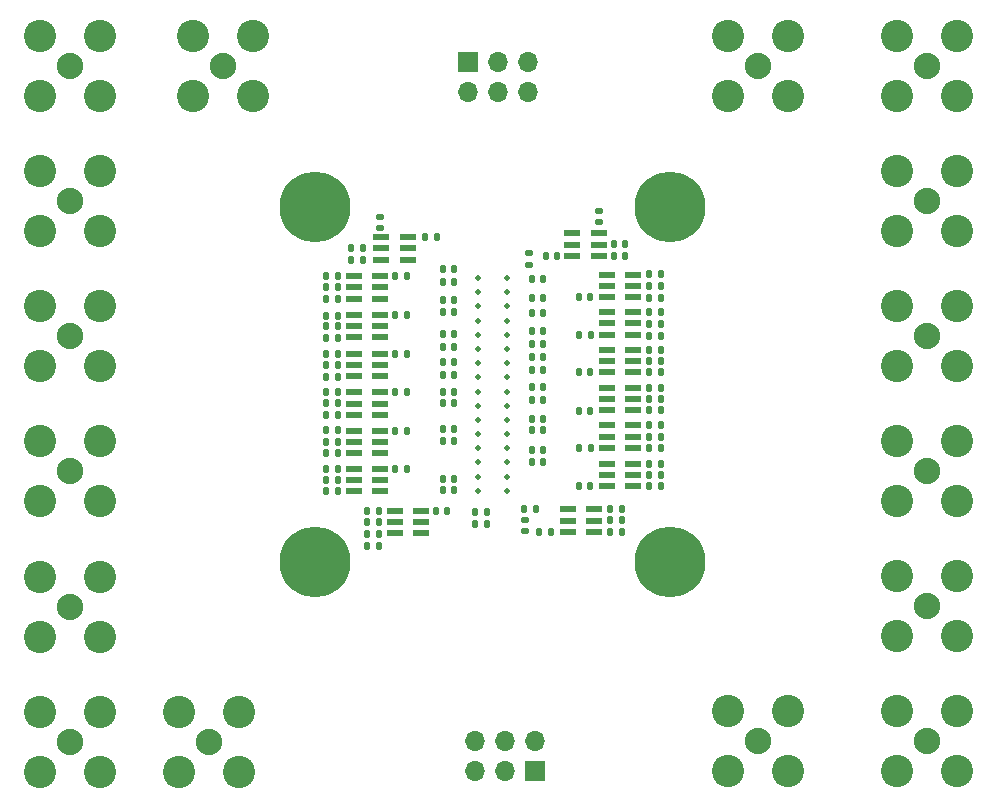
<source format=gbr>
%TF.GenerationSoftware,KiCad,Pcbnew,(6.0.1)*%
%TF.CreationDate,2022-02-22T23:19:08-05:00*%
%TF.ProjectId,sipm-linear-s14160,7369706d-2d6c-4696-9e65-61722d733134,rev?*%
%TF.SameCoordinates,Original*%
%TF.FileFunction,Soldermask,Top*%
%TF.FilePolarity,Negative*%
%FSLAX46Y46*%
G04 Gerber Fmt 4.6, Leading zero omitted, Abs format (unit mm)*
G04 Created by KiCad (PCBNEW (6.0.1)) date 2022-02-22 23:19:08*
%MOMM*%
%LPD*%
G01*
G04 APERTURE LIST*
G04 Aperture macros list*
%AMRoundRect*
0 Rectangle with rounded corners*
0 $1 Rounding radius*
0 $2 $3 $4 $5 $6 $7 $8 $9 X,Y pos of 4 corners*
0 Add a 4 corners polygon primitive as box body*
4,1,4,$2,$3,$4,$5,$6,$7,$8,$9,$2,$3,0*
0 Add four circle primitives for the rounded corners*
1,1,$1+$1,$2,$3*
1,1,$1+$1,$4,$5*
1,1,$1+$1,$6,$7*
1,1,$1+$1,$8,$9*
0 Add four rect primitives between the rounded corners*
20,1,$1+$1,$2,$3,$4,$5,0*
20,1,$1+$1,$4,$5,$6,$7,0*
20,1,$1+$1,$6,$7,$8,$9,0*
20,1,$1+$1,$8,$9,$2,$3,0*%
G04 Aperture macros list end*
%ADD10RoundRect,0.147500X-0.147500X-0.172500X0.147500X-0.172500X0.147500X0.172500X-0.147500X0.172500X0*%
%ADD11RoundRect,0.147500X0.147500X0.172500X-0.147500X0.172500X-0.147500X-0.172500X0.147500X-0.172500X0*%
%ADD12C,2.240000*%
%ADD13C,2.740000*%
%ADD14R,1.473200X0.558800*%
%ADD15RoundRect,0.147500X0.172500X-0.147500X0.172500X0.147500X-0.172500X0.147500X-0.172500X-0.147500X0*%
%ADD16C,6.000000*%
%ADD17C,0.500000*%
%ADD18R,1.700000X1.700000*%
%ADD19O,1.700000X1.700000*%
G04 APERTURE END LIST*
D10*
%TO.C,R35*%
X186915000Y-99100000D03*
X187885000Y-99100000D03*
%TD*%
D11*
%TO.C,R56*%
X170485000Y-102090002D03*
X169515000Y-102090002D03*
%TD*%
%TO.C,R100*%
X170485000Y-108550000D03*
X169515000Y-108550000D03*
%TD*%
%TO.C,R2*%
X187885000Y-95400000D03*
X186915000Y-95400000D03*
%TD*%
D10*
%TO.C,R90*%
X179390000Y-109425000D03*
X180360000Y-109425000D03*
%TD*%
%TO.C,C34*%
X196877400Y-102630000D03*
X197847400Y-102630000D03*
%TD*%
D12*
%TO.C,J13*%
X160740000Y-74470000D03*
D13*
X163280000Y-71930000D03*
X158200000Y-77010000D03*
X158200000Y-71930000D03*
X163280000Y-77010000D03*
%TD*%
D14*
%TO.C,U4*%
X195480000Y-97200001D03*
X195480000Y-96250000D03*
X195480000Y-95299999D03*
X193244800Y-95299999D03*
X193244800Y-96250000D03*
X193244800Y-97200001D03*
%TD*%
D12*
%TO.C,J6*%
X220340000Y-97322000D03*
D13*
X217800000Y-99862000D03*
X217800000Y-94782000D03*
X222880000Y-94782000D03*
X222880000Y-99862000D03*
%TD*%
D11*
%TO.C,C36*%
X170485000Y-104000000D03*
X169515000Y-104000000D03*
%TD*%
D12*
%TO.C,J8*%
X220350000Y-108748000D03*
D13*
X217810000Y-111288000D03*
X222890000Y-111288000D03*
X217810000Y-106208000D03*
X222890000Y-106208000D03*
%TD*%
D11*
%TO.C,R77*%
X187885000Y-105250000D03*
X186915000Y-105250000D03*
%TD*%
D10*
%TO.C,R87*%
X196877400Y-106790000D03*
X197847400Y-106790000D03*
%TD*%
D11*
%TO.C,C32*%
X170485000Y-102990002D03*
X169515000Y-102990002D03*
%TD*%
%TO.C,R112*%
X173950000Y-112100000D03*
X172980000Y-112100000D03*
%TD*%
%TO.C,R89*%
X187885000Y-107950000D03*
X186915000Y-107950000D03*
%TD*%
D12*
%TO.C,J9*%
X147810000Y-108778000D03*
D13*
X145270000Y-106238000D03*
X145270000Y-111318000D03*
X150350000Y-106238000D03*
X150350000Y-111318000D03*
%TD*%
D11*
%TO.C,C7*%
X170485000Y-94190002D03*
X169515000Y-94190002D03*
%TD*%
D10*
%TO.C,R111*%
X193546001Y-113900000D03*
X194516001Y-113900000D03*
%TD*%
D11*
%TO.C,R5*%
X180360000Y-95300000D03*
X179390000Y-95300000D03*
%TD*%
D14*
%TO.C,U10*%
X195480000Y-106780001D03*
X195480000Y-105830000D03*
X195480000Y-104879999D03*
X193244800Y-104879999D03*
X193244800Y-105830000D03*
X193244800Y-106780001D03*
%TD*%
D11*
%TO.C,C20*%
X170485000Y-97500000D03*
X169515000Y-97500000D03*
%TD*%
D14*
%TO.C,U3*%
X171837200Y-92240001D03*
X171837200Y-93190002D03*
X171837200Y-94140003D03*
X174072400Y-94140003D03*
X174072400Y-93190002D03*
X174072400Y-92240001D03*
%TD*%
D11*
%TO.C,C47*%
X172585000Y-90840000D03*
X171615000Y-90840000D03*
%TD*%
D10*
%TO.C,C15*%
X175340000Y-95500000D03*
X176310000Y-95500000D03*
%TD*%
D11*
%TO.C,R80*%
X180360000Y-106240000D03*
X179390000Y-106240000D03*
%TD*%
D15*
%TO.C,C46*%
X192600000Y-87670000D03*
X192600000Y-86700000D03*
%TD*%
D11*
%TO.C,C23*%
X191842400Y-100390000D03*
X190872400Y-100390000D03*
%TD*%
D10*
%TO.C,C2*%
X175340000Y-92230002D03*
X176310000Y-92230002D03*
%TD*%
%TO.C,R91*%
X186915000Y-106925000D03*
X187885000Y-106925000D03*
%TD*%
D14*
%TO.C,U11*%
X171837200Y-105309999D03*
X171837200Y-106260000D03*
X171837200Y-107210001D03*
X174072400Y-107210001D03*
X174072400Y-106260000D03*
X174072400Y-105309999D03*
%TD*%
D11*
%TO.C,R13*%
X170485000Y-92200000D03*
X169515000Y-92200000D03*
%TD*%
D10*
%TO.C,R12*%
X196877400Y-94060000D03*
X197847400Y-94060000D03*
%TD*%
%TO.C,C6*%
X196877400Y-92060000D03*
X197847400Y-92060000D03*
%TD*%
D11*
%TO.C,C78*%
X173950000Y-114040000D03*
X172980000Y-114040000D03*
%TD*%
D14*
%TO.C,U14*%
X195480000Y-110030001D03*
X195480000Y-109080000D03*
X195480000Y-108129999D03*
X193244800Y-108129999D03*
X193244800Y-109080000D03*
X193244800Y-110030001D03*
%TD*%
D10*
%TO.C,R4*%
X186915000Y-94100000D03*
X187885000Y-94100000D03*
%TD*%
%TO.C,R102*%
X182115000Y-112200000D03*
X183085000Y-112200000D03*
%TD*%
D14*
%TO.C,U5*%
X171837200Y-95523334D03*
X171837200Y-96473335D03*
X171837200Y-97423336D03*
X174072400Y-97423336D03*
X174072400Y-96473335D03*
X174072400Y-95523334D03*
%TD*%
D10*
%TO.C,C18*%
X196877400Y-96310000D03*
X197847400Y-96310000D03*
%TD*%
D11*
%TO.C,R88*%
X170485000Y-105300000D03*
X169515000Y-105300000D03*
%TD*%
%TO.C,C74*%
X173950000Y-113065000D03*
X172980000Y-113065000D03*
%TD*%
D10*
%TO.C,R72*%
X193872053Y-90557053D03*
X194842053Y-90557053D03*
%TD*%
D12*
%TO.C,J2*%
X220340000Y-74470000D03*
D13*
X222880000Y-77010000D03*
X222880000Y-71930000D03*
X217800000Y-71930000D03*
X217800000Y-77010000D03*
%TD*%
D14*
%TO.C,U16*%
X192180001Y-113880001D03*
X192180001Y-112930000D03*
X192180001Y-111979999D03*
X189944801Y-111979999D03*
X189944801Y-112930000D03*
X189944801Y-113880001D03*
%TD*%
D10*
%TO.C,R34*%
X179390000Y-99510000D03*
X180360000Y-99510000D03*
%TD*%
D11*
%TO.C,R44*%
X170485000Y-98820002D03*
X169515000Y-98820002D03*
%TD*%
D10*
%TO.C,C5*%
X196877400Y-93060000D03*
X197847400Y-93060000D03*
%TD*%
%TO.C,R103*%
X186296001Y-111936000D03*
X187266001Y-111936000D03*
%TD*%
D15*
%TO.C,R101*%
X186331001Y-113861000D03*
X186331001Y-112891000D03*
%TD*%
D11*
%TO.C,R33*%
X187885000Y-100150000D03*
X186915000Y-100150000D03*
%TD*%
D14*
%TO.C,U1*%
X195480000Y-94010001D03*
X195480000Y-93060000D03*
X195480000Y-92109999D03*
X193244800Y-92109999D03*
X193244800Y-93060000D03*
X193244800Y-94010001D03*
%TD*%
D10*
%TO.C,C77*%
X193546001Y-111926000D03*
X194516001Y-111926000D03*
%TD*%
D11*
%TO.C,R32*%
X170485000Y-95590002D03*
X169515000Y-95590002D03*
%TD*%
%TO.C,C44*%
X189052053Y-90562053D03*
X188082053Y-90562053D03*
%TD*%
%TO.C,C58*%
X170485000Y-106260000D03*
X169515000Y-106260000D03*
%TD*%
D12*
%TO.C,J5*%
X147810000Y-85906000D03*
D13*
X150350000Y-88446000D03*
X150350000Y-83366000D03*
X145270000Y-83366000D03*
X145270000Y-88446000D03*
%TD*%
D11*
%TO.C,C3*%
X170485000Y-93186055D03*
X169515000Y-93186055D03*
%TD*%
D10*
%TO.C,C35*%
X196877400Y-101680000D03*
X197847400Y-101680000D03*
%TD*%
D16*
%TO.C,H3*%
X168590000Y-86410000D03*
%TD*%
D10*
%TO.C,R63*%
X179390000Y-91600000D03*
X180360000Y-91600000D03*
%TD*%
%TO.C,C25*%
X175340000Y-98800000D03*
X176310000Y-98800000D03*
%TD*%
%TO.C,C45*%
X193872053Y-89522054D03*
X194842053Y-89522054D03*
%TD*%
D11*
%TO.C,R36*%
X180360000Y-100610000D03*
X179390000Y-100610000D03*
%TD*%
D10*
%TO.C,C69*%
X196877400Y-108155000D03*
X197847400Y-108155000D03*
%TD*%
D11*
%TO.C,C70*%
X170485000Y-110450000D03*
X169515000Y-110450000D03*
%TD*%
D12*
%TO.C,J3*%
X147810000Y-74470000D03*
D13*
X150350000Y-71930000D03*
X150350000Y-77010000D03*
X145270000Y-77010000D03*
X145270000Y-71930000D03*
%TD*%
D14*
%TO.C,U12*%
X192574653Y-90522054D03*
X192574653Y-89572053D03*
X192574653Y-88622052D03*
X190339453Y-88622052D03*
X190339453Y-89572053D03*
X190339453Y-90522054D03*
%TD*%
D10*
%TO.C,C60*%
X196877400Y-105820000D03*
X197847400Y-105820000D03*
%TD*%
D11*
%TO.C,R104*%
X183085000Y-113200000D03*
X182115000Y-113200000D03*
%TD*%
%TO.C,C16*%
X170485000Y-96500000D03*
X169515000Y-96500000D03*
%TD*%
%TO.C,R92*%
X180360000Y-110375000D03*
X179390000Y-110375000D03*
%TD*%
%TO.C,C65*%
X191847400Y-110030000D03*
X190877400Y-110030000D03*
%TD*%
D14*
%TO.C,U17*%
X175297400Y-112099999D03*
X175297400Y-113050000D03*
X175297400Y-114000001D03*
X177532600Y-114000001D03*
X177532600Y-113050000D03*
X177532600Y-112099999D03*
%TD*%
D10*
%TO.C,R47*%
X186915000Y-101600000D03*
X187885000Y-101600000D03*
%TD*%
D14*
%TO.C,U13*%
X174182400Y-88939999D03*
X174182400Y-89890000D03*
X174182400Y-90840001D03*
X176417600Y-90840001D03*
X176417600Y-89890000D03*
X176417600Y-88939999D03*
%TD*%
D11*
%TO.C,C17*%
X191892400Y-97230000D03*
X190922400Y-97230000D03*
%TD*%
D12*
%TO.C,J10*%
X220370000Y-120174000D03*
D13*
X217830000Y-117634000D03*
X222910000Y-117634000D03*
X217830000Y-122714000D03*
X222910000Y-122714000D03*
%TD*%
D10*
%TO.C,C73*%
X178787000Y-112090000D03*
X179757000Y-112090000D03*
%TD*%
%TO.C,R78*%
X179390000Y-105210000D03*
X180360000Y-105210000D03*
%TD*%
%TO.C,C19*%
X196877400Y-95310000D03*
X197847400Y-95310000D03*
%TD*%
D12*
%TO.C,J4*%
X220340000Y-85896000D03*
D13*
X217800000Y-83356000D03*
X222880000Y-83356000D03*
X222880000Y-88436000D03*
X217800000Y-88436000D03*
%TD*%
D11*
%TO.C,R62*%
X187885000Y-92500000D03*
X186915000Y-92500000D03*
%TD*%
%TO.C,C26*%
X170485000Y-99800000D03*
X169515000Y-99800000D03*
%TD*%
D14*
%TO.C,U8*%
X195480000Y-103580001D03*
X195480000Y-102630000D03*
X195480000Y-101679999D03*
X193244800Y-101679999D03*
X193244800Y-102630000D03*
X193244800Y-103580001D03*
%TD*%
D10*
%TO.C,C66*%
X196877400Y-109080000D03*
X197847400Y-109080000D03*
%TD*%
D17*
%TO.C,U2*%
X182390000Y-92410000D03*
X184790000Y-92410000D03*
X182390000Y-93610000D03*
X184790000Y-93610000D03*
X182390000Y-94810000D03*
X184790000Y-94810000D03*
X182390000Y-96010000D03*
X184790000Y-96010000D03*
X182390000Y-97210000D03*
X184790000Y-97210000D03*
X182390000Y-98410000D03*
X184790000Y-98410000D03*
X182390000Y-99610000D03*
X184790000Y-99610000D03*
X182390000Y-100810000D03*
X184790000Y-100810000D03*
X182390000Y-102010000D03*
X184790000Y-102010000D03*
X182390000Y-103210000D03*
X184790000Y-103210000D03*
X182390000Y-104410000D03*
X184790000Y-104410000D03*
X182390000Y-105610000D03*
X184790000Y-105610000D03*
X182390000Y-106810000D03*
X184790000Y-106810000D03*
X182390000Y-108010000D03*
X184790000Y-108010000D03*
X182390000Y-109210000D03*
X184790000Y-109210000D03*
X182390000Y-110410000D03*
X184790000Y-110410000D03*
%TD*%
D10*
%TO.C,R23*%
X186915000Y-96900000D03*
X187885000Y-96900000D03*
%TD*%
D16*
%TO.C,H4*%
X198590000Y-116410000D03*
%TD*%
D12*
%TO.C,J16*%
X206100000Y-131600000D03*
D13*
X203560000Y-129060000D03*
X208640000Y-129060000D03*
X208640000Y-134140000D03*
X203560000Y-134140000D03*
%TD*%
D10*
%TO.C,C57*%
X175340000Y-105310000D03*
X176310000Y-105310000D03*
%TD*%
D14*
%TO.C,U9*%
X171837200Y-102090000D03*
X171837200Y-103040001D03*
X171837200Y-103990002D03*
X174072400Y-103990002D03*
X174072400Y-103040001D03*
X174072400Y-102090000D03*
%TD*%
D10*
%TO.C,C27*%
X196877400Y-98490000D03*
X197847400Y-98490000D03*
%TD*%
D12*
%TO.C,J11*%
X147810000Y-120214000D03*
D13*
X145270000Y-117674000D03*
X150350000Y-117674000D03*
X145270000Y-122754000D03*
X150350000Y-122754000D03*
%TD*%
D12*
%TO.C,J14*%
X220370000Y-131600000D03*
D13*
X222910000Y-129060000D03*
X222910000Y-134140000D03*
X217830000Y-129060000D03*
X217830000Y-134140000D03*
%TD*%
D16*
%TO.C,H2*%
X168590000Y-116410000D03*
%TD*%
D10*
%TO.C,C24*%
X196877400Y-99430000D03*
X197847400Y-99430000D03*
%TD*%
%TO.C,R108*%
X172980000Y-115090000D03*
X173950000Y-115090000D03*
%TD*%
D12*
%TO.C,J17*%
X159550000Y-131650000D03*
D13*
X157010000Y-134190000D03*
X162090000Y-134190000D03*
X157010000Y-129110000D03*
X162090000Y-129110000D03*
%TD*%
D10*
%TO.C,C61*%
X196877400Y-104880000D03*
X197847400Y-104880000D03*
%TD*%
%TO.C,C31*%
X175340000Y-102090002D03*
X176310000Y-102090002D03*
%TD*%
D15*
%TO.C,R64*%
X186700000Y-91285000D03*
X186700000Y-90315000D03*
%TD*%
D11*
%TO.C,R48*%
X180360000Y-103010000D03*
X179390000Y-103010000D03*
%TD*%
D10*
%TO.C,C76*%
X193546001Y-112900000D03*
X194516001Y-112900000D03*
%TD*%
%TO.C,C42*%
X177915000Y-88940000D03*
X178885000Y-88940000D03*
%TD*%
D12*
%TO.C,J12*%
X206100000Y-74420000D03*
D13*
X203560000Y-76960000D03*
X203560000Y-71880000D03*
X208640000Y-76960000D03*
X208640000Y-71880000D03*
%TD*%
D16*
%TO.C,H1*%
X198590000Y-86410000D03*
%TD*%
D11*
%TO.C,C28*%
X170485000Y-100740002D03*
X169515000Y-100740002D03*
%TD*%
D10*
%TO.C,R55*%
X196877400Y-103580000D03*
X197847400Y-103580000D03*
%TD*%
%TO.C,R43*%
X196877400Y-100390000D03*
X197847400Y-100390000D03*
%TD*%
D12*
%TO.C,J15*%
X147810000Y-131650000D03*
D13*
X150350000Y-134190000D03*
X145270000Y-129110000D03*
X145270000Y-134190000D03*
X150350000Y-129110000D03*
%TD*%
D11*
%TO.C,C43*%
X172585000Y-89840000D03*
X171615000Y-89840000D03*
%TD*%
D15*
%TO.C,R73*%
X174100000Y-88185000D03*
X174100000Y-87215000D03*
%TD*%
D11*
%TO.C,C4*%
X191872400Y-94030000D03*
X190902400Y-94030000D03*
%TD*%
%TO.C,R45*%
X187885000Y-102700000D03*
X186915000Y-102700000D03*
%TD*%
D10*
%TO.C,R79*%
X186915000Y-104300000D03*
X187885000Y-104300000D03*
%TD*%
D11*
%TO.C,C68*%
X170485000Y-109500000D03*
X169515000Y-109500000D03*
%TD*%
D10*
%TO.C,R22*%
X179390000Y-97160000D03*
X180360000Y-97160000D03*
%TD*%
D14*
%TO.C,U7*%
X171837200Y-98806667D03*
X171837200Y-99756668D03*
X171837200Y-100706669D03*
X174072400Y-100706669D03*
X174072400Y-99756668D03*
X174072400Y-98806667D03*
%TD*%
%TO.C,U15*%
X171837200Y-108549999D03*
X171837200Y-109500000D03*
X171837200Y-110450001D03*
X174072400Y-110450001D03*
X174072400Y-109500000D03*
X174072400Y-108549999D03*
%TD*%
D11*
%TO.C,R65*%
X180360000Y-92700000D03*
X179390000Y-92700000D03*
%TD*%
D10*
%TO.C,R3*%
X179390000Y-94300000D03*
X180360000Y-94300000D03*
%TD*%
D12*
%TO.C,J7*%
X147810000Y-97342000D03*
D13*
X150350000Y-99882000D03*
X150350000Y-94802000D03*
X145270000Y-94802000D03*
X145270000Y-99882000D03*
%TD*%
D11*
%TO.C,C62*%
X170485000Y-107210000D03*
X169515000Y-107210000D03*
%TD*%
D14*
%TO.C,U6*%
X195480000Y-100390001D03*
X195480000Y-99440000D03*
X195480000Y-98489999D03*
X193244800Y-98489999D03*
X193244800Y-99440000D03*
X193244800Y-100390001D03*
%TD*%
D11*
%TO.C,C75*%
X188516001Y-113876000D03*
X187546001Y-113876000D03*
%TD*%
D10*
%TO.C,C67*%
X175340000Y-108550000D03*
X176310000Y-108550000D03*
%TD*%
D11*
%TO.C,R21*%
X187885000Y-98000000D03*
X186915000Y-98000000D03*
%TD*%
%TO.C,R24*%
X180360000Y-98260000D03*
X179390000Y-98260000D03*
%TD*%
D10*
%TO.C,R46*%
X179390000Y-102010000D03*
X180360000Y-102010000D03*
%TD*%
D11*
%TO.C,C59*%
X191892400Y-106780000D03*
X190922400Y-106780000D03*
%TD*%
D10*
%TO.C,R31*%
X196877400Y-97310000D03*
X197847400Y-97310000D03*
%TD*%
%TO.C,R99*%
X196877400Y-110030000D03*
X197847400Y-110030000D03*
%TD*%
D11*
%TO.C,C33*%
X191872400Y-103630000D03*
X190902400Y-103630000D03*
%TD*%
D18*
%TO.C,J18*%
X187200000Y-134100000D03*
D19*
X187200000Y-131560000D03*
X184660000Y-134100000D03*
X184660000Y-131560000D03*
X182120000Y-134100000D03*
X182120000Y-131560000D03*
%TD*%
D18*
%TO.C,J1*%
X181475000Y-74125000D03*
D19*
X181475000Y-76665000D03*
X184015000Y-74125000D03*
X184015000Y-76665000D03*
X186555000Y-74125000D03*
X186555000Y-76665000D03*
%TD*%
M02*

</source>
